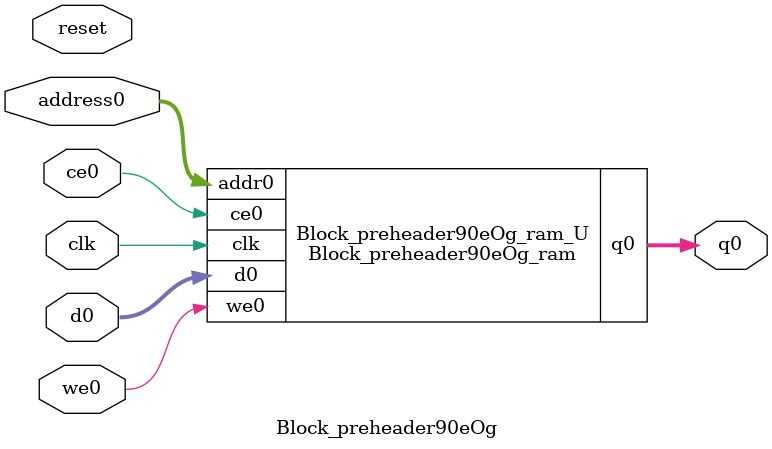
<source format=v>
`timescale 1 ns / 1 ps
module Block_preheader90eOg_ram (addr0, ce0, d0, we0, q0,  clk);

parameter DWIDTH = 8;
parameter AWIDTH = 9;
parameter MEM_SIZE = 322;

input[AWIDTH-1:0] addr0;
input ce0;
input[DWIDTH-1:0] d0;
input we0;
output reg[DWIDTH-1:0] q0;
input clk;

(* ram_style = "block" *)reg [DWIDTH-1:0] ram[0:MEM_SIZE-1];




always @(posedge clk)  
begin 
    if (ce0) begin
        if (we0) 
            ram[addr0] <= d0; 
        q0 <= ram[addr0];
    end
end


endmodule

`timescale 1 ns / 1 ps
module Block_preheader90eOg(
    reset,
    clk,
    address0,
    ce0,
    we0,
    d0,
    q0);

parameter DataWidth = 32'd8;
parameter AddressRange = 32'd322;
parameter AddressWidth = 32'd9;
input reset;
input clk;
input[AddressWidth - 1:0] address0;
input ce0;
input we0;
input[DataWidth - 1:0] d0;
output[DataWidth - 1:0] q0;



Block_preheader90eOg_ram Block_preheader90eOg_ram_U(
    .clk( clk ),
    .addr0( address0 ),
    .ce0( ce0 ),
    .we0( we0 ),
    .d0( d0 ),
    .q0( q0 ));

endmodule


</source>
